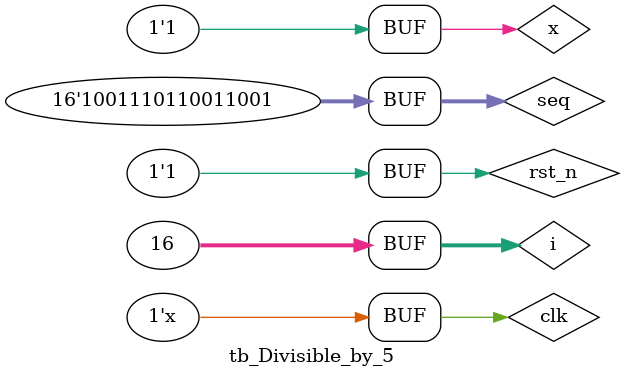
<source format=sv>
module sim;

    initial begin
        $dumpfile("dump.vcd");
        $dumpvars;
        #200
        $finish;
    end

endmodule

module tb_Divisible_by_5;

    reg x, rst_n, clk;
    reg [0:15] seq = 'b1001110110011001;
    wire y;
    integer i;

    Divisible_by_5 ins(.x(x), .rst_n(rst_n), .clk(clk), .y(y));

    always #4 clk = ~clk;

    initial begin
        clk = 1'b0;
        rst_n = 1'b1;
        x = 1'b0;
        #6
        rst_n = 1'b0;
        #2
        rst_n = 1'b1;

        for (i = 0; i < 16; i++)
            #8
            x = seq[i];
    end

endmodule

</source>
